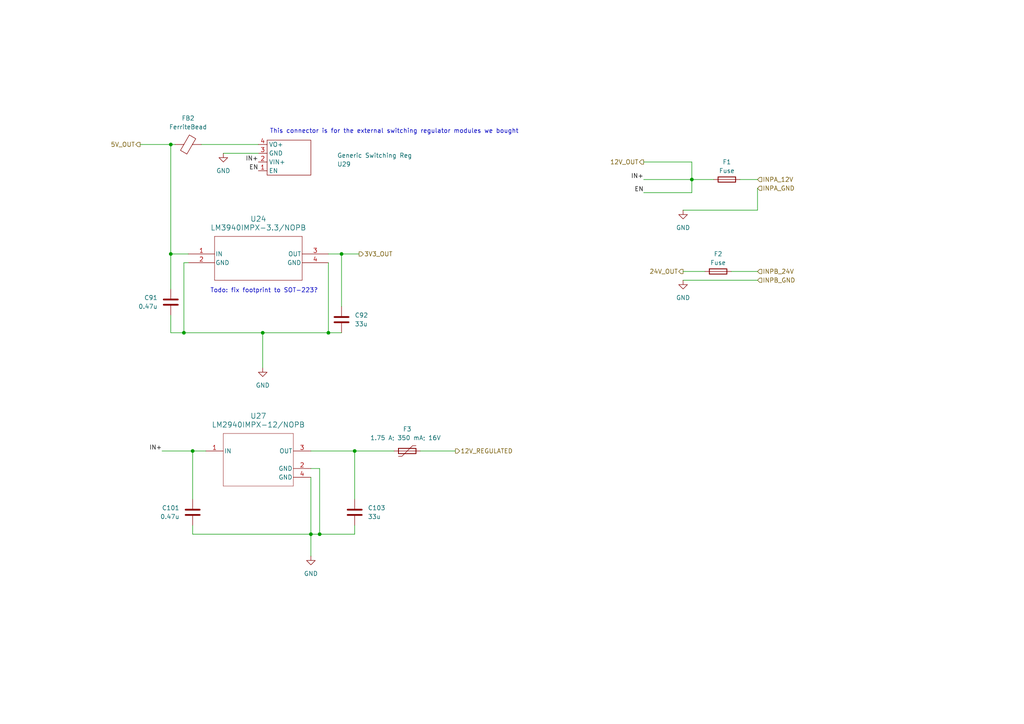
<source format=kicad_sch>
(kicad_sch (version 20231120) (generator "eeschema") (generator_version "8.0")
  (paper "A4")
  (lib_symbols
    (symbol "Device:C" (pin_numbers hide) (pin_names (offset 0.254))
      (property "Reference" "C" (at 0.635 2.54 0))
      (property "Value" "C" (at 0.635 -2.54 0))
      (symbol "C_0_1"
        (polyline (pts (xy -2.032 -0.762) (xy 2.032 -0.762)) (stroke (width 0.508)))
        (polyline (pts (xy -2.032 0.762) (xy 2.032 0.762)) (stroke (width 0.508)))
      )
      (symbol "C_1_1"
        (pin passive line (at 0 3.81 270) (length 2.794) (name "~") (number "1"))
        (pin passive line (at 0 -3.81 90) (length 2.794) (name "~") (number "2"))
      )
    )
    (symbol "Device:FerriteBead" (pin_numbers hide) (pin_names (offset 0))
      (property "Reference" "FB" (at -3.81 0.635 90))
      (property "Value" "FerriteBead" (at 3.81 0 90))
      (symbol "FerriteBead_0_1"
        (polyline (pts (xy 0 -1.27) (xy 0 -1.2192)))
        (polyline (pts (xy 0 1.27) (xy 0 1.2954)))
        (polyline (pts (xy -2.7686 0.4064) (xy -1.7018 2.2606) (xy 2.7686 -0.3048) (xy 1.6764 -2.159) (xy -2.7686 0.4064)))
      )
      (symbol "FerriteBead_1_1"
        (pin passive line (at 0 3.81 270) (length 2.54) (name "~") (number "1"))
        (pin passive line (at 0 -3.81 90) (length 2.54) (name "~") (number "2"))
      )
    )
    (symbol "Device:Fuse" (pin_numbers hide) (pin_names (offset 0))
      (property "Reference" "F" (at 2.032 0 90))
      (property "Value" "Fuse" (at -1.905 0 90))
      (symbol "Fuse_0_1"
        (rectangle (start -0.762 -2.54) (end 0.762 2.54) (stroke (width 0.254)))
        (polyline (pts (xy 0 2.54) (xy 0 -2.54)))
      )
      (symbol "Fuse_1_1"
        (pin passive line (at 0 3.81 270) (length 1.27) (name "~") (number "1"))
        (pin passive line (at 0 -3.81 90) (length 1.27) (name "~") (number "2"))
      )
    )
    (symbol "Device:Polyfuse" (pin_numbers hide) (pin_names (offset 0))
      (property "Reference" "F" (at -2.54 0 90))
      (property "Value" "Polyfuse" (at 2.54 0 90))
      (symbol "Polyfuse_0_1"
        (rectangle (start -0.762 2.54) (end 0.762 -2.54) (stroke (width 0.254)))
        (polyline (pts (xy 0 2.54) (xy 0 -2.54)))
        (polyline (pts (xy -1.524 2.54) (xy -1.524 1.524) (xy 1.524 -1.524) (xy 1.524 -2.54)))
      )
      (symbol "Polyfuse_1_1"
        (pin passive line (at 0 3.81 270) (length 1.27) (name "~") (number "1"))
        (pin passive line (at 0 -3.81 90) (length 1.27) (name "~") (number "2"))
      )
    )
    (symbol "LM2940:LM2940IMPX-12_NOPB" (pin_names (offset 0.254))
      (property "Reference" "U" (at 0 2.54 0))
      (property "Value" "LM2940IMPX-12/NOPB" (at 0 0 0))
      (symbol "LM2940IMPX-12_NOPB_0_1"
        (polyline (pts (xy -10.16 -7.62) (xy 10.16 -7.62)) (stroke (width 0.1016)))
        (polyline (pts (xy -10.16 7.62) (xy -10.16 -7.62)) (stroke (width 0.1016)))
        (polyline (pts (xy 10.16 -7.62) (xy 10.16 7.62)) (stroke (width 0.1016)))
        (polyline (pts (xy 10.16 7.62) (xy -10.16 7.62)) (stroke (width 0.1016)))
        (pin power_in line (at -15.24 2.54 0) (length 5.08) (name "IN") (number "1"))
        (pin power_in line (at 15.24 -2.54 180) (length 5.08) (name "GND") (number "2"))
        (pin power_in line (at 15.24 2.54 180) (length 5.08) (name "OUT") (number "3"))
        (pin power_in line (at 15.24 -5.08 180) (length 5.08) (name "GND") (number "4"))
      )
    )
    (symbol "LM3940:LM3940IMPX-3.3_NOPB" (pin_names (offset 0.254))
      (property "Reference" "U" (at 20.32 10.16 0))
      (property "Value" "LM3940IMPX-3.3/NOPB" (at 20.32 7.62 0))
      (symbol "LM3940IMPX-3.3_NOPB_0_1"
        (polyline (pts (xy 7.62 -7.62) (xy 33.02 -7.62)) (stroke (width 0.127)))
        (polyline (pts (xy 7.62 5.08) (xy 7.62 -7.62)) (stroke (width 0.127)))
        (polyline (pts (xy 33.02 -7.62) (xy 33.02 5.08)) (stroke (width 0.127)))
        (polyline (pts (xy 33.02 5.08) (xy 7.62 5.08)) (stroke (width 0.127)))
        (pin input line (at 0 0 0) (length 7.62) (name "IN") (number "1"))
        (pin passive line (at 0 -2.54 0) (length 7.62) (name "GND") (number "2"))
        (pin output line (at 40.64 0 180) (length 7.62) (name "OUT") (number "3"))
        (pin passive line (at 40.64 -2.54 180) (length 7.62) (name "GND") (number "4"))
      )
    )
    (symbol "LaunchpadControllerLib:GenericSwitchingReg"
      (property "Reference" "U" (at 7.112 16.51 0))
      (property "Value" "Generic Switching Reg" (at 6.604 14.478 0))
      (symbol "GenericSwitchingReg_0_1"
        (rectangle (start 0 12.7) (end 12.7 2.54))
      )
      (symbol "GenericSwitchingReg_1_1"
        (pin input line (at -2.54 11.43 0) (length 2.54) (name "EN") (number "1"))
        (pin input line (at -2.54 8.89 0) (length 2.54) (name "VIN+") (number "2"))
        (pin power_out line (at -2.54 6.35 0) (length 2.54) (name "GND") (number "3"))
        (pin power_out line (at -2.54 3.81 0) (length 2.54) (name "VO+") (number "4"))
      )
    )
    (symbol "power:GND" (power) (pin_numbers hide) (pin_names (offset 0) hide)
      (property "Value" "GND" (at 0 -3.81 0))
      (symbol "GND_0_1"
        (polyline (pts (xy 0 0) (xy 0 -1.27) (xy 1.27 -1.27) (xy 0 -2.54) (xy -1.27 -1.27) (xy 0 -1.27)))
      )
      (symbol "GND_1_1"
        (pin power_in line (at 0 0 270) (length 0) (name "~") (number "1"))
      )
    )
  )
  (junction (at 200.66 52.07))
  (junction (at 53.34 96.52))
  (junction (at 49.53 73.66))
  (junction (at 102.87 130.81))
  (junction (at 76.2 96.52))
  (junction (at 92.71 154.94))
  (junction (at 99.06 73.66))
  (junction (at 95.25 96.52))
  (junction (at 55.88 130.81))
  (junction (at 90.17 154.94))
  (junction (at 49.53 41.91))
  (wire (pts (xy 99.06 88.9) (xy 99.06 73.66)))
  (wire (pts (xy 200.66 55.88) (xy 200.66 52.07)))
  (wire (pts (xy 95.25 76.2) (xy 95.25 96.52)))
  (wire (pts (xy 186.69 55.88) (xy 200.66 55.88)))
  (wire (pts (xy 49.53 83.82) (xy 49.53 73.66)))
  (wire (pts (xy 90.17 154.94) (xy 92.71 154.94)))
  (wire (pts (xy 54.61 73.66) (xy 49.53 73.66)))
  (wire (pts (xy 95.25 73.66) (xy 99.06 73.66)))
  (wire (pts (xy 53.34 96.52) (xy 76.2 96.52)))
  (wire (pts (xy 212.09 78.74) (xy 219.71 78.74)))
  (wire (pts (xy 49.53 73.66) (xy 49.53 41.91)))
  (wire (pts (xy 102.87 152.4) (xy 102.87 154.94)))
  (wire (pts (xy 92.71 154.94) (xy 102.87 154.94)))
  (wire (pts (xy 219.71 54.61) (xy 219.71 60.96)))
  (wire (pts (xy 53.34 76.2) (xy 53.34 96.52)))
  (wire (pts (xy 90.17 135.89) (xy 92.71 135.89)))
  (wire (pts (xy 186.69 52.07) (xy 200.66 52.07)))
  (wire (pts (xy 99.06 73.66) (xy 104.14 73.66)))
  (wire (pts (xy 55.88 144.78) (xy 55.88 130.81)))
  (wire (pts (xy 53.34 76.2) (xy 54.61 76.2)))
  (wire (pts (xy 214.63 52.07) (xy 219.71 52.07)))
  (wire (pts (xy 90.17 130.81) (xy 102.87 130.81)))
  (wire (pts (xy 92.71 135.89) (xy 92.71 154.94)))
  (wire (pts (xy 49.53 96.52) (xy 53.34 96.52)))
  (wire (pts (xy 204.47 78.74) (xy 198.12 78.74)))
  (wire (pts (xy 55.88 154.94) (xy 90.17 154.94)))
  (wire (pts (xy 76.2 96.52) (xy 95.25 96.52)))
  (wire (pts (xy 121.92 130.81) (xy 132.08 130.81)))
  (wire (pts (xy 198.12 60.96) (xy 219.71 60.96)))
  (wire (pts (xy 198.12 81.28) (xy 219.71 81.28)))
  (wire (pts (xy 102.87 130.81) (xy 102.87 144.78)))
  (wire (pts (xy 95.25 96.52) (xy 99.06 96.52)))
  (wire (pts (xy 55.88 152.4) (xy 55.88 154.94)))
  (wire (pts (xy 49.53 91.44) (xy 49.53 96.52)))
  (wire (pts (xy 40.64 41.91) (xy 49.53 41.91)))
  (wire (pts (xy 90.17 154.94) (xy 90.17 138.43)))
  (wire (pts (xy 207.01 52.07) (xy 200.66 52.07)))
  (wire (pts (xy 49.53 41.91) (xy 50.8 41.91)))
  (wire (pts (xy 186.69 46.99) (xy 200.66 46.99)))
  (wire (pts (xy 90.17 161.29) (xy 90.17 154.94)))
  (wire (pts (xy 200.66 46.99) (xy 200.66 52.07)))
  (wire (pts (xy 76.2 106.68) (xy 76.2 96.52)))
  (wire (pts (xy 58.42 41.91) (xy 74.93 41.91)))
  (wire (pts (xy 55.88 130.81) (xy 59.69 130.81)))
  (wire (pts (xy 46.99 130.81) (xy 55.88 130.81)))
  (wire (pts (xy 64.77 44.45) (xy 74.93 44.45)))
  (wire (pts (xy 114.3 130.81) (xy 102.87 130.81)))
  (text "This connector is for the external switching regulator modules we bought" (at 78.232 38.862 0) (effects (font (size 1.27 1.27)) (justify left bottom)))
  (text "Todo: fix footprint to SOT-223?" (at 60.96 85.09 0) (effects (font (size 1.27 1.27)) (justify left bottom)))
  (label "IN+" (at 46.99 130.81 180))
  (label "IN+" (at 186.69 52.07 180))
  (label "EN" (at 186.69 55.88 180))
  (label "IN+" (at 74.93 46.99 180))
  (label "EN" (at 74.93 49.53 180))
  (hierarchical_label "12V_REGULATED" (shape output) (at 132.08 130.81 0))
  (hierarchical_label "5V_OUT" (shape output) (at 40.64 41.91 180))
  (hierarchical_label "INPA_GND" (shape input) (at 219.71 54.61 0))
  (hierarchical_label "24V_OUT" (shape output) (at 198.12 78.74 180))
  (hierarchical_label "INPB_24V" (shape input) (at 219.71 78.74 0))
  (hierarchical_label "INPA_12V" (shape input) (at 219.71 52.07 0))
  (hierarchical_label "12V_OUT" (shape output) (at 186.69 46.99 180))
  (hierarchical_label "3V3_OUT" (shape output) (at 104.14 73.66 0))
  (hierarchical_label "INPB_GND" (shape input) (at 219.71 81.28 0))
  (symbol (lib_id "Device:FerriteBead") (at 54.61 41.91 90) (unit 1)
    (property "Reference" "FB2" (at 54.5592 34.29 90))
    (property "Value" "FerriteBead" (at 54.5592 36.83 90))
    (property "Footprint" "Inductor_SMD:L_0805_2012Metric_Pad1.15x1.40mm_HandSolder" (effects (hide yes)))
    (property "Datasheet" "https://www.murata.com/en-eu/products/productdetail?partno=BLM18KG102SN1%23" (effects (hide yes)))
    (property "Description" "Ferrite bead BLM18KG102SN1D" (effects (hide yes)))
    (property "Mouser#" "81-BLM18KG102SN1D " (effects (hide yes)))
  )
  (symbol (lib_id "LM2940:LM2940IMPX-12_NOPB") (at 74.93 133.35 0) (unit 1)
    (property "Reference" "U27" (at 74.93 120.65 0) (effects (font (size 1.524 1.524))))
    (property "Value" "LM2940IMPX-12/NOPB" (at 74.93 123.19 0) (effects (font (size 1.524 1.524))))
    (property "Footprint" "DCY0004A_N" (effects (hide yes)))
    (property "Datasheet" "LM2940IMPX-12/NOPB" (effects (hide yes)))
  )
  (symbol (lib_id "Device:Polyfuse") (at 118.11 130.81 90) (unit 1)
    (property "Reference" "F3" (at 118.11 124.46 90))
    (property "Value" "1.75 A; 350 mA; 16V " (at 118.11 127 90))
    (property "Footprint" "Fuse:Fuse_0805_2012Metric_Pad1.15x1.40mm_HandSolder" (effects (hide yes)))
    (property "Datasheet" "https://www.bourns.com/docs/product-datasheets/mf-psht.pdf" (effects (hide yes)))
    (property "Description" "Resettable fuse, polymeric positive temperature coefficient MF-PSHT035KX-2" (effects (hide yes)))
    (property "Mouser#" "652-MF-PSHT035KX-2" (effects (hide yes)))
  )
  (symbol (lib_id "Device:C") (at 55.88 148.59 0) (mirror y) (unit 1)
    (property "Reference" "C101" (at 52.07 147.32 0) (effects (justify left)))
    (property "Value" "0.47u" (at 52.07 149.86 0) (effects (justify left)))
    (property "Footprint" "Capacitor_SMD:C_0603_1608Metric_Pad1.08x0.95mm_HandSolder" (effects (hide yes)))
  )
  (symbol (lib_id "power:GND") (at 198.12 81.28 0) (unit 1)
    (property "Reference" "#PWR0259" (effects (hide yes)))
    (property "Value" "GND" (at 198.12 86.36 0))
    (property "Description" "Power symbol creates a global label with name \"GND\" , ground" (effects (hide yes)))
  )
  (symbol (lib_id "Device:C") (at 102.87 148.59 0) (unit 1)
    (property "Reference" "C103" (at 106.68 147.32 0) (effects (justify left)))
    (property "Value" "33u" (at 106.68 149.86 0) (effects (justify left)))
    (property "Footprint" "Capacitor_SMD:C_0603_1608Metric_Pad1.08x0.95mm_HandSolder" (effects (hide yes)))
  )
  (symbol (lib_id "power:GND") (at 64.77 44.45 0) (unit 1)
    (property "Reference" "#PWR0168" (effects (hide yes)))
    (property "Value" "GND" (at 64.77 49.53 0))
    (property "Description" "Power symbol creates a global label with name \"GND\" , ground" (effects (hide yes)))
  )
  (symbol (lib_id "Device:Fuse") (at 210.82 52.07 90) (unit 1)
    (property "Reference" "F1" (at 210.82 46.99 90))
    (property "Value" "Fuse" (at 210.82 49.53 90))
    (property "Footprint" "Fuse:Fuse_Keystone_3557-2" (effects (hide yes)))
    (property "Mouser#" "534-3557-2 " (effects (hide yes)))
  )
  (symbol (lib_id "power:GND") (at 90.17 161.29 0) (unit 1)
    (property "Reference" "#PWR0172" (effects (hide yes)))
    (property "Value" "GND" (at 90.17 166.37 0))
    (property "Description" "Power symbol creates a global label with name \"GND\" , ground" (effects (hide yes)))
  )
  (symbol (lib_id "Device:Fuse") (at 208.28 78.74 90) (unit 1)
    (property "Reference" "F2" (at 208.28 73.66 90))
    (property "Value" "Fuse" (at 208.28 76.2 90))
    (property "Footprint" "Fuse:Fuse_Keystone_3557-2" (effects (hide yes)))
    (property "Mouser#" "534-3557-2 " (effects (hide yes)))
  )
  (symbol (lib_id "Device:C") (at 99.06 92.71 0) (unit 1)
    (property "Reference" "C92" (at 102.87 91.44 0) (effects (justify left)))
    (property "Value" "33u" (at 102.87 93.98 0) (effects (justify left)))
    (property "Footprint" "Capacitor_SMD:C_0603_1608Metric_Pad1.08x0.95mm_HandSolder" (effects (hide yes)))
  )
  (symbol (lib_id "power:GND") (at 198.12 60.96 0) (unit 1)
    (property "Reference" "#PWR0173" (effects (hide yes)))
    (property "Value" "GND" (at 198.12 66.04 0))
    (property "Description" "Power symbol creates a global label with name \"GND\" , ground" (effects (hide yes)))
  )
  (symbol (lib_id "Device:C") (at 49.53 87.63 0) (mirror y) (unit 1)
    (property "Reference" "C91" (at 45.72 86.36 0) (effects (justify left)))
    (property "Value" "0.47u" (at 45.72 88.9 0) (effects (justify left)))
    (property "Footprint" "Capacitor_SMD:C_0603_1608Metric_Pad1.08x0.95mm_HandSolder" (effects (hide yes)))
  )
  (symbol (lib_id "LM3940:LM3940IMPX-3.3_NOPB") (at 54.61 73.66 0) (unit 1)
    (property "Reference" "U24" (at 74.93 63.5 0) (effects (font (size 1.524 1.524))))
    (property "Value" "LM3940IMPX-3.3/NOPB" (at 74.93 66.04 0) (effects (font (size 1.524 1.524))))
    (property "Footprint" "MP04A" (effects (hide yes)))
    (property "Datasheet" "LM3940IMPX-3.3/NOPB" (effects (hide yes)))
  )
  (symbol (lib_id "LaunchpadControllerLib:GenericSwitchingReg") (at 77.47 38.1 0) (mirror x) (unit 1)
    (property "Reference" "U29" (at 97.79 47.6251 0) (effects (justify left)))
    (property "Value" "Generic Switching Reg" (at 97.79 45.0851 0) (effects (justify left)))
  )
  (symbol (lib_id "power:GND") (at 76.2 106.68 0) (unit 1)
    (property "Reference" "#PWR0171" (effects (hide yes)))
    (property "Value" "GND" (at 76.2 111.76 0))
    (property "Description" "Power symbol creates a global label with name \"GND\" , ground" (effects (hide yes)))
  )
)
</source>
